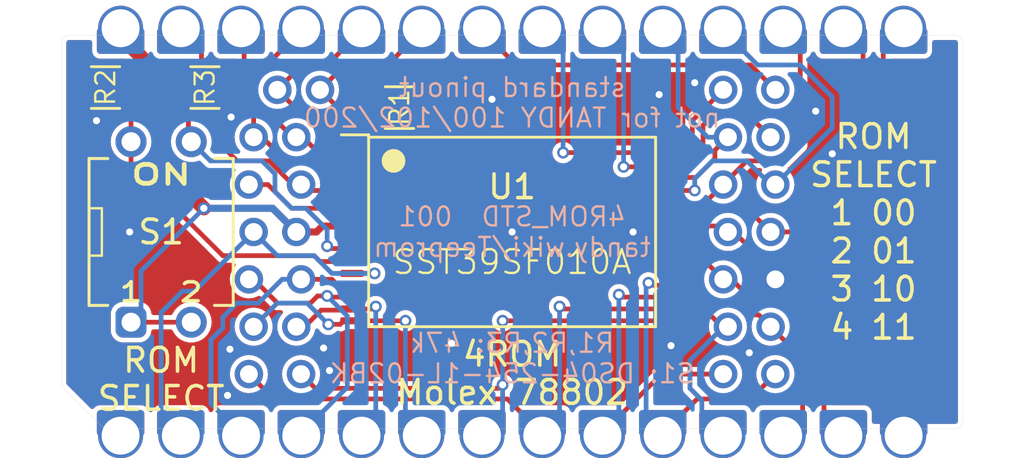
<source format=kicad_pcb>
(kicad_pcb (version 20211014) (generator pcbnew)
  (title_block (title "4ROM_STD") (date "2023-01-09") (rev "001") (company "Brian White - b.kenyon.w@gmail.com") (comment 1 "CC-BY-SA") (comment 2 "tandy.wiki/Teeprom") (comment 3 "4-bank ROM for Molex 78805 socket with standard mask rom JEDEC pinout"))
  (layers (0 "F.Cu" signal "Top") (31 "B.Cu" signal "Bottom") (34 "B.Paste" user) (35 "F.Paste" user) (36 "B.SilkS" user "B.Silkscreen") (37 "F.SilkS" user "F.Silkscreen") (38 "B.Mask" user) (39 "F.Mask" user) (44 "Edge.Cuts" user))
  (net 0 "")
  (net 1 "/D3")
  (net 2 "/A10")
  (net 3 "/D4")
  (net 4 "/A7")
  (net 5 "/D5")
  (net 6 "/A6")
  (net 7 "/D6")
  (net 8 "/A5")
  (net 9 "/D7")
  (net 10 "/A4")
  (net 11 "/A11")
  (net 12 "/A3")
  (net 13 "/~{OE}")
  (net 14 "/A2")
  (net 15 "/A13")
  (net 16 "/A1")
  (net 17 "/A0")
  (net 18 "/A12")
  (net 19 "/D0")
  (net 20 "/A9")
  (net 21 "/D1")
  (net 22 "/A8")
  (net 23 "/D2")
  (net 24 "/~{CE}")
  (net 25 "/A14")
  (net 26 "/~{WE}")
  (net 27 "VCC")
  (net 28 "GND")
  (net 29 "/A15")
  (net 30 "/A16")
  (footprint "000_LOCAL:R_0805" (layer "F.Cu") (at 142.4684 93.937 180)
    (fp_text reference "R1" (at 0 0 90 unlocked) (layer "F.SilkS") (effects (font (size 0.8 0.8) (thickness 0.1))))
    (fp_text value "47k")
    (fp_line (start -0.6 -0.88) (end 0.6 -0.88) (layer "F.SilkS") (width 0.12))
    (fp_line (start 0.6 0.88) (end -0.6 0.88) (layer "F.SilkS") (width 0.12))
    (pad "1" smd roundrect locked (at -0.95 0 180) (size 0.7 1.3) (layers "F.Cu" "F.Paste" "F.Mask") (roundrect_rratio 0.1) (net 27 "VCC"))
    (pad "2" smd roundrect locked (at 0.95 0 180) (size 0.7 1.3) (layers "F.Cu" "F.Paste" "F.Mask") (roundrect_rratio 0.1) (net 26 "/~{WE}"))
  )
  (footprint "000_LOCAL:R_0805" (layer "F.Cu") (at 130.0734 93.091)
    (fp_text reference "R2" (at 0 0 90 unlocked) (layer "F.SilkS") (effects (font (size 0.8 0.8) (thickness 0.1))))
    (fp_text value "47k")
    (fp_line (start -0.6 -0.88) (end 0.6 -0.88) (layer "F.SilkS") (width 0.12))
    (fp_line (start 0.6 0.88) (end -0.6 0.88) (layer "F.SilkS") (width 0.12))
    (pad "1" smd roundrect locked (at -0.95 0) (size 0.7 1.3) (layers "F.Cu" "F.Paste" "F.Mask") (roundrect_rratio 0.1) (net 28 "GND"))
    (pad "2" smd roundrect locked (at 0.95 0) (size 0.7 1.3) (layers "F.Cu" "F.Paste" "F.Mask") (roundrect_rratio 0.1) (net 29 "/A15"))
  )
  (footprint "000_LOCAL:R_0805" (layer "F.Cu") (at 134.2644 93.091 180)
    (fp_text reference "R3" (at 0 0 90 unlocked) (layer "F.SilkS") (effects (font (size 0.8 0.8) (thickness 0.1))))
    (fp_text value "47k")
    (fp_line (start -0.6 -0.88) (end 0.6 -0.88) (layer "F.SilkS") (width 0.12))
    (fp_line (start 0.6 0.88) (end -0.6 0.88) (layer "F.SilkS") (width 0.12))
    (pad "1" smd roundrect locked (at -0.95 0 180) (size 0.7 1.3) (layers "F.Cu" "F.Paste" "F.Mask") (roundrect_rratio 0.1) (net 28 "GND"))
    (pad "2" smd roundrect locked (at 0.95 0 180) (size 0.7 1.3) (layers "F.Cu" "F.Paste" "F.Mask") (roundrect_rratio 0.1) (net 30 "/A16"))
  )
  (footprint "000_LOCAL:4ROM_100_prog_female" (layer "F.Cu") (at 147.2184 99.187)
    (fp_text reference "J2" hide)
    (fp_text value "4ROM_100_prog")
    (pad "1" thru_hole circle (at -8.1 -6) (size 1.2 1.2) (drill 0.75) (layers *.Cu *.Mask) (net 11 "/A11"))
    (pad "2" thru_hole circle (at -9.9 -6) (size 1.2 1.2) (drill 0.75) (layers *.Cu *.Mask) (net 20 "/A9"))
    (pad "3" thru_hole circle (at -9.1 -4) (size 1.2 1.2) (drill 0.75) (layers *.Cu *.Mask) (net 22 "/A8"))
    (pad "4" thru_hole circle (at -10.9 -4) (size 1.2 1.2) (drill 0.75) (layers *.Cu *.Mask) (net 15 "/A13"))
    (pad "5" thru_hole circle (at -8.9 -2) (size 1.2 1.2) (drill 0.75) (layers *.Cu *.Mask) (net 25 "/A14"))
    (pad "6" thru_hole circle (at -11.1 -2) (size 1.2 1.2) (drill 0.75) (layers *.Cu *.Mask) (net 26 "/~{WE}"))
    (pad "7" thru_hole circle (at -9.1 0) (size 1.2 1.2) (drill 0.75) (layers *.Cu *.Mask) (net 27 "VCC"))
    (pad "8" thru_hole circle (at -10.9 0) (size 1.2 1.2) (drill 0.75) (layers *.Cu *.Mask) (net 18 "/A12"))
    (pad "9" thru_hole circle (at -8.9 2) (size 1.2 1.2) (drill 0.75) (layers *.Cu *.Mask) (net 4 "/A7"))
    (pad "10" thru_hole circle (at -11.1 2) (size 1.2 1.2) (drill 0.75) (layers *.Cu *.Mask) (net 6 "/A6"))
    (pad "11" thru_hole circle (at -9.1 4) (size 1.2 1.2) (drill 0.75) (layers *.Cu *.Mask) (net 8 "/A5"))
    (pad "12" thru_hole circle (at -10.9 4) (size 1.2 1.2) (drill 0.75) (layers *.Cu *.Mask) (net 10 "/A4"))
    (pad "13" thru_hole circle (at -8.9 6) (size 1.2 1.2) (drill 0.75) (layers *.Cu *.Mask) (net 12 "/A3"))
    (pad "14" thru_hole circle (at -11.1 6) (size 1.2 1.2) (drill 0.75) (layers *.Cu *.Mask) (net 14 "/A2"))
    (pad "15" thru_hole circle (at 8.9 6) (size 1.2 1.2) (drill 0.75) (layers *.Cu *.Mask) (net 16 "/A1"))
    (pad "16" thru_hole circle (at 11.1 6) (size 1.2 1.2) (drill 0.75) (layers *.Cu *.Mask) (net 17 "/A0"))
    (pad "17" thru_hole circle (at 9.1 4) (size 1.2 1.2) (drill 0.75) (layers *.Cu *.Mask) (net 19 "/D0"))
    (pad "18" thru_hole circle (at 10.9 4) (size 1.2 1.2) (drill 0.75) (layers *.Cu *.Mask) (net 21 "/D1"))
    (pad "19" thru_hole circle (at 8.9 2) (size 1.2 1.2) (drill 0.75) (layers *.Cu *.Mask) (net 23 "/D2"))
    (pad "20" thru_hole circle (at 11.1 2) (size 1.2 1.2) (drill 0.75) (layers *.Cu *.Mask) (net 28 "GND"))
    (pad "21" thru_hole circle (at 9.1 0) (size 1.2 1.2) (drill 0.75) (layers *.Cu *.Mask) (net 1 "/D3"))
    (pad "22" thru_hole circle (at 10.9 0) (size 1.2 1.2) (drill 0.75) (layers *.Cu *.Mask) (net 3 "/D4"))
    (pad "23" thru_hole circle (at 8.9 -2) (size 1.2 1.2) (drill 0.75) (layers *.Cu *.Mask) (net 5 "/D5"))
    (pad "24" thru_hole circle (at 11.1 -2) (size 1.2 1.2) (drill 0.75) (layers *.Cu *.Mask) (net 7 "/D6"))
    (pad "25" thru_hole circle (at 9.1 -4) (size 1.2 1.2) (drill 0.75) (layers *.Cu *.Mask) (net 9 "/D7"))
    (pad "26" thru_hole circle (at 10.9 -4) (size 1.2 1.2) (drill 0.75) (layers *.Cu *.Mask) (net 24 "/~{CE}"))
    (pad "27" thru_hole circle (at 8.9 -6) (size 1.2 1.2) (drill 0.75) (layers *.Cu *.Mask) (net 2 "/A10"))
    (pad "28" thru_hole circle (at 11.1 -6) (size 1.2 1.2) (drill 0.75) (layers *.Cu *.Mask) (net 13 "/~{OE}"))
  )
  (footprint "000_LOCAL:Molex78802_PCB_28" (layer "F.Cu") (at 147.2184 99.187 90)
    (fp_text reference "J1" hide)
    (fp_text value "27C256" hide)
    (fp_line (start 8.3 18.7) (end 8.3 -18.7) (layer "Edge.Cuts") (width 0.01))
    (fp_line (start -6.5 -19) (end -8.3 -17.2) (layer "Edge.Cuts") (width 0.01))
    (fp_line (start -8.3 18.7) (end -8.3 -17.2) (layer "Edge.Cuts") (width 0.01))
    (fp_line (start -8 19) (end 8 19) (layer "Edge.Cuts") (width 0.01))
    (fp_line (start 8 -19) (end -6.5 -19) (layer "Edge.Cuts") (width 0.01))
    (fp_arc (start 8 -19) (mid 8.212132 -18.912132) (end 8.3 -18.7) (layer "Edge.Cuts") (width 0.01))
    (fp_arc (start -8 19) (mid -8.212132 18.912132) (end -8.3 18.7) (layer "Edge.Cuts") (width 0.01))
    (fp_arc (start 8.3 18.7) (mid 8.212132 18.912132) (end 8 19) (layer "Edge.Cuts") (width 0.01))
    (pad "1" smd roundrect (at -8.0645 -16.51 90) (size 1.1 2) (layers "B.Cu") (roundrect_rratio 0.1363636364))
    (pad "1" smd roundrect (at -8.0645 -16.51 90) (size 1.1 2) (layers "F.Cu") (roundrect_rratio 0.1363636364))
    (pad "1" thru_hole circle (at -8.6002 -16.51 90) (size 1.9 1.9) (drill 1.6) (property pad_prop_castellated) (layers *.Cu *.Mask))
    (pad "2" thru_hole circle (at -8.6002 -13.97 90) (size 1.9 1.9) (drill 1.6) (property pad_prop_castellated) (layers *.Cu *.Mask) (net 18 "/A12"))
    (pad "2" smd roundrect (at -8.0645 -13.97 90) (size 1.1 2) (layers "B.Cu") (roundrect_rratio 0.1363636364) (net 18 "/A12"))
    (pad "2" smd roundrect (at -8.0645 -13.97 90) (size 1.1 2) (layers "F.Cu") (roundrect_rratio 0.1363636364) (net 18 "/A12"))
    (pad "3" smd roundrect (at -8.0645 -11.43 90) (size 1.1 2) (layers "B.Cu") (roundrect_rratio 0.1363636364) (net 4 "/A7"))
    (pad "3" thru_hole circle (at -8.6002 -11.43 90) (size 1.9 1.9) (drill 1.6) (property pad_prop_castellated) (layers *.Cu *.Mask) (net 4 "/A7"))
    (pad "3" smd roundrect (at -8.0645 -11.43 90) (size 1.1 2) (layers "F.Cu") (roundrect_rratio 0.1363636364) (net 4 "/A7"))
    (pad "4" smd roundrect (at -8.0645 -8.89 90) (size 1.1 2) (layers "B.Cu") (roundrect_rratio 0.1363636364) (net 6 "/A6"))
    (pad "4" smd roundrect (at -8.0645 -8.89 90) (size 1.1 2) (layers "F.Cu") (roundrect_rratio 0.1363636364) (net 6 "/A6"))
    (pad "4" thru_hole circle (at -8.6002 -8.89 90) (size 1.9 1.9) (drill 1.6) (property pad_prop_castellated) (layers *.Cu *.Mask) (net 6 "/A6"))
    (pad "5" smd roundrect (at -8.0645 -6.35 90) (size 1.1 2) (layers "F.Cu") (roundrect_rratio 0.1363636364) (net 8 "/A5"))
    (pad "5" smd roundrect (at -8.0645 -6.35 90) (size 1.1 2) (layers "B.Cu") (roundrect_rratio 0.1363636364) (net 8 "/A5"))
    (pad "5" thru_hole circle (at -8.6002 -6.35 90) (size 1.9 1.9) (drill 1.6) (property pad_prop_castellated) (layers *.Cu *.Mask) (net 8 "/A5"))
    (pad "6" smd roundrect (at -8.0645 -3.81 90) (size 1.1 2) (layers "B.Cu") (roundrect_rratio 0.1363636364) (net 10 "/A4"))
    (pad "6" smd roundrect (at -8.0645 -3.81 90) (size 1.1 2) (layers "F.Cu") (roundrect_rratio 0.1363636364) (net 10 "/A4"))
    (pad "6" thru_hole circle (at -8.6002 -3.81 90) (size 1.9 1.9) (drill 1.6) (property pad_prop_castellated) (layers *.Cu *.Mask) (net 10 "/A4"))
    (pad "7" smd roundrect (at -8.0645 -1.27 90) (size 1.1 2) (layers "F.Cu") (roundrect_rratio 0.1363636364) (net 12 "/A3"))
    (pad "7" smd roundrect (at -8.0645 -1.27 90) (size 1.1 2) (layers "B.Cu") (roundrect_rratio 0.1363636364) (net 12 "/A3"))
    (pad "7" thru_hole circle (at -8.6002 -1.27 90) (size 1.9 1.9) (drill 1.6) (property pad_prop_castellated) (layers *.Cu *.Mask) (net 12 "/A3"))
    (pad "8" smd roundrect (at -8.0645 1.27 90) (size 1.1 2) (layers "F.Cu") (roundrect_rratio 0.1363636364) (net 14 "/A2"))
    (pad "8" smd roundrect (at -8.0645 1.27 90) (size 1.1 2) (layers "B.Cu") (roundrect_rratio 0.1363636364) (net 14 "/A2"))
    (pad "8" thru_hole circle (at -8.6002 1.27 90) (size 1.9 1.9) (drill 1.6) (property pad_prop_castellated) (layers *.Cu *.Mask) (net 14 "/A2"))
    (pad "9" smd roundrect (at -8.0645 3.81 90) (size 1.1 2) (layers "F.Cu") (roundrect_rratio 0.1363636364) (net 16 "/A1"))
    (pad "9" thru_hole circle (at -8.6002 3.81 90) (size 1.9 1.9) (drill 1.6) (property pad_prop_castellated) (layers *.Cu *.Mask) (net 16 "/A1"))
    (pad "9" smd roundrect (at -8.0645 3.81 90) (size 1.1 2) (layers "B.Cu") (roundrect_rratio 0.1363636364) (net 16 "/A1"))
    (pad "10" thru_hole circle (at -8.6002 6.35 90) (size 1.9 1.9) (drill 1.6) (property pad_prop_castellated) (layers *.Cu *.Mask) (net 17 "/A0"))
    (pad "10" smd roundrect (at -8.0645 6.35 90) (size 1.1 2) (layers "B.Cu") (roundrect_rratio 0.1363636364) (net 17 "/A0"))
    (pad "10" smd roundrect (at -8.0645 6.35 90) (size 1.1 2) (layers "F.Cu") (roundrect_rratio 0.1363636364) (net 17 "/A0"))
    (pad "11" smd roundrect (at -8.0645 8.89 90) (size 1.1 2) (layers "B.Cu") (roundrect_rratio 0.1363636364) (net 19 "/D0"))
    (pad "11" thru_hole circle (at -8.6002 8.89 90) (size 1.9 1.9) (drill 1.6) (property pad_prop_castellated) (layers *.Cu *.Mask) (net 19 "/D0"))
    (pad "11" smd roundrect (at -8.0645 8.89 90) (size 1.1 2) (layers "F.Cu") (roundrect_rratio 0.1363636364) (net 19 "/D0"))
    (pad "12" smd roundrect (at -8.0645 11.43 90) (size 1.1 2) (layers "F.Cu") (roundrect_rratio 0.1363636364) (net 21 "/D1"))
    (pad "12" thru_hole circle (at -8.6002 11.43 90) (size 1.9 1.9) (drill 1.6) (property pad_prop_castellated) (layers *.Cu *.Mask) (net 21 "/D1"))
    (pad "12" smd roundrect (at -8.0645 11.43 90) (size 1.1 2) (layers "B.Cu") (roundrect_rratio 0.1363636364) (net 21 "/D1"))
    (pad "13" thru_hole circle (at -8.6002 13.97 90) (size 1.9 1.9) (drill 1.6) (property pad_prop_castellated) (layers *.Cu *.Mask) (net 23 "/D2"))
    (pad "13" smd roundrect (at -8.0645 13.97 90) (size 1.1 2) (layers "B.Cu") (roundrect_rratio 0.1363636364) (net 23 "/D2"))
    (pad "13" smd roundrect (at -8.0645 13.97 90) (size 1.1 2) (layers "F.Cu") (roundrect_rratio 0.1363636364) (net 23 "/D2"))
    (pad "14" smd roundrect (at -8.0645 16.51 90) (size 1.1 2) (layers "B.Cu") (roundrect_rratio 0.1363636364) (net 28 "GND"))
    (pad "14" smd roundrect (at -8.0645 16.51 90) (size 1.1 2) (layers "F.Cu") (roundrect_rratio 0.1363636364) (net 28 "GND"))
    (pad "14" thru_hole circle (at -8.6002 16.51 90) (size 1.9 1.9) (drill 1.6) (property pad_prop_castellated) (layers *.Cu *.Mask) (net 28 "GND"))
    (pad "15" smd roundrect (at 8.0645 16.51 90) (size 1.1 2) (layers "B.Cu") (roundrect_rratio 0.1363636364) (net 1 "/D3"))
    (pad "15" thru_hole circle (at 8.6002 16.51 90) (size 1.9 1.9) (drill 1.6) (property pad_prop_castellated) (layers *.Cu *.Mask) (net 1 "/D3"))
    (pad "15" smd roundrect (at 8.0645 16.51 90) (size 1.1 2) (layers "F.Cu") (roundrect_rratio 0.1363636364) (net 1 "/D3"))
    (pad "16" smd roundrect (at 8.0645 13.97 90) (size 1.1 2) (layers "F.Cu") (roundrect_rratio 0.1363636364) (net 3 "/D4"))
    (pad "16" smd roundrect (at 8.0645 13.97 90) (size 1.1 2) (layers "B.Cu") (roundrect_rratio 0.1363636364) (net 3 "/D4"))
    (pad "16" thru_hole circle (at 8.6002 13.97 90) (size 1.9 1.9) (drill 1.6) (property pad_prop_castellated) (layers *.Cu *.Mask) (net 3 "/D4"))
    (pad "17" smd roundrect (at 8.0645 11.43 90) (size 1.1 2) (layers "F.Cu") (roundrect_rratio 0.1363636364) (net 5 "/D5"))
    (pad "17" thru_hole circle (at 8.6002 11.43 90) (size 1.9 1.9) (drill 1.6) (property pad_prop_castellated) (layers *.Cu *.Mask) (net 5 "/D5"))
    (pad "17" smd roundrect (at 8.0645 11.43 90) (size 1.1 2) (layers "B.Cu") (roundrect_rratio 0.1363636364) (net 5 "/D5"))
    (pad "18" smd roundrect (at 8.0645 8.89 90) (size 1.1 2) (layers "B.Cu") (roundrect_rratio 0.1363636364) (net 7 "/D6"))
    (pad "18" thru_hole circle (at 8.6002 8.89 90) (size 1.9 1.9) (drill 1.6) (property pad_prop_castellated) (layers *.Cu *.Mask) (net 7 "/D6"))
    (pad "18" smd roundrect (at 8.0645 8.89 90) (size 1.1 2) (layers "F.Cu") (roundrect_rratio 0.1363636364) (net 7 "/D6"))
    (pad "19" smd roundrect (at 8.0645 6.35 90) (size 1.1 2) (layers "F.Cu") (roundrect_rratio 0.1363636364) (net 9 "/D7"))
    (pad "19" thru_hole circle (at 8.6002 6.35 90) (size 1.9 1.9) (drill 1.6) (property pad_prop_castellated) (layers *.Cu *.Mask) (net 9 "/D7"))
    (pad "19" smd roundrect (at 8.0645 6.35 90) (size 1.1 2) (layers "B.Cu") (roundrect_rratio 0.1363636364) (net 9 "/D7"))
    (pad "20" thru_hole circle (at 8.6002 3.81 90) (size 1.9 1.9) (drill 1.6) (property pad_prop_castellated) (layers *.Cu *.Mask) (net 24 "/~{CE}"))
    (pad "20" smd roundrect (at 8.0645 3.81 90) (size 1.1 2) (layers "F.Cu") (roundrect_rratio 0.1363636364) (net 24 "/~{CE}"))
    (pad "20" smd roundrect (at 8.0645 3.81 90) (size 1.1 2) (layers "B.Cu") (roundrect_rratio 0.1363636364) (net 24 "/~{CE}"))
    (pad "21" smd roundrect (at 8.0645 1.27 90) (size 1.1 2) (layers "F.Cu") (roundrect_rratio 0.1363636364) (net 2 "/A10"))
    (pad "21" smd roundrect (at 8.0645 1.27 90) (size 1.1 2) (layers "B.Cu") (roundrect_rratio 0.1363636364) (net 2 "/A10"))
    (pad "21" thru_hole circle (at 8.6002 1.27 90) (size 1.9 1.9) (drill 1.6) (property pad_prop_castellated) (layers *.Cu *.Mask) (net 2 "/A10"))
    (pad "22" smd roundrect (at 8.0645 -1.27 90) (size 1.1 2) (layers "F.Cu") (roundrect_rratio 0.1363636364) (net 13 "/~{OE}"))
    (pad "22" thru_hole circle (at 8.6002 -1.27 90) (size 1.9 1.9) (drill 1.6) (property pad_prop_castellated) (layers *.Cu *.Mask) (net 13 "/~{OE}"))
    (pad "22" smd roundrect (at 8.0645 -1.27 90) (size 1.1 2) (layers "B.Cu") (roundrect_rratio 0.1363636364) (net 13 "/~{OE}"))
    (pad "23" smd roundrect (at 8.0645 -3.81 90) (size 1.1 2) (layers "F.Cu") (roundrect_rratio 0.1363636364) (net 11 "/A11"))
    (pad "23" thru_hole circle (at 8.6002 -3.81 90) (size 1.9 1.9) (drill 1.6) (property pad_prop_castellated) (layers *.Cu *.Mask) (net 11 "/A11"))
    (pad "23" smd roundrect (at 8.0645 -3.81 90) (size 1.1 2) (layers "B.Cu") (roundrect_rratio 0.1363636364) (net 11 "/A11"))
    (pad "24" thru_hole circle (at 8.6002 -6.35 90) (size 1.9 1.9) (drill 1.6) (property pad_prop_castellated) (layers *.Cu *.Mask) (net 20 "/A9"))
    (pad "24" smd roundrect (at 8.0645 -6.35 90) (size 1.1 2) (layers "F.Cu") (roundrect_rratio 0.1363636364) (net 20 "/A9"))
    (pad "24" smd roundrect (at 8.0645 -6.35 90) (size 1.1 2) (layers "B.Cu") (roundrect_rratio 0.1363636364) (net 20 "/A9"))
    (pad "25" smd roundrect (at 8.0645 -8.89 90) (size 1.1 2) (layers "B.Cu") (roundrect_rratio 0.1363636364) (net 22 "/A8"))
    (pad "25" smd roundrect (at 8.0645 -8.89 90) (size 1.1 2) (layers "F.Cu") (roundrect_rratio 0.1363636364) (net 22 "/A8"))
    (pad "25" thru_hole circle (at 8.6002 -8.89 90) (size 1.9 1.9) (drill 1.6) (property pad_prop_castellated) (layers *.Cu *.Mask) (net 22 "/A8"))
    (pad "26" smd roundrect (at 8.0645 -11.43 90) (size 1.1 2) (layers "F.Cu") (roundrect_rratio 0.1363636364) (net 15 "/A13"))
    (pad "26" smd roundrect (at 8.0645 -11.43 90) (size 1.1 2) (layers "B.Cu") (roundrect_rratio 0.1363636364) (net 15 "/A13"))
    (pad "26" thru_hole circle (at 8.6002 -11.43 90) (size 1.9 1.9) (drill 1.6) (property pad_prop_castellated) (layers *.Cu *.Mask) (net 15 "/A13"))
    (pad "27" smd roundrect (at 8.0645 -13.97 90) (size 1.1 2) (layers "F.Cu") (roundrect_rratio 0.1363636364) (net 25 "/A14"))
    (pad "27" smd roundrect (at 8.0645 -13.97 90) (size 1.1 2) (layers "B.Cu") (roundrect_rratio 0.1363636364) (net 25 "/A14"))
    (pad "27" thru_hole circle (at 8.6002 -13.97 90) (size 1.9 1.9) (drill 1.6) (property pad_prop_castellated) (layers *.Cu *.Mask) (net 25 "/A14"))
    (pad "28" smd roundrect (at 8.0645 -16.51 90) (size 1.1 2) (layers "F.Cu") (roundrect_rratio 0.1363636364) (net 27 "VCC"))
    (pad "28" thru_hole circle (at 8.6002 -16.51 90) (size 1.9 1.9) (drill 1.6) (property pad_prop_castellated) (layers *.Cu *.Mask) (net 27 "VCC"))
    (pad "28" smd roundrect (at 8.0645 -16.51 90) (size 1.1 2) (layers "B.Cu") (roundrect_rratio 0.1363636364) (net 27 "VCC"))
  )
  (footprint "000_LOCAL:TSOP32-14mm" (layer "F.Cu") (at 147.2184 99.187)
    (fp_text reference "U1" (at 0 -1.905) (layer "F.SilkS"))
    (fp_text value "SST39SF010A" (at 0 1.27) (layer "F.SilkS") (effects (font (thickness 0.1))))
    (fp_line (start -6.05 -4) (end -6.05 4) (layer "F.SilkS") (width 0.12))
    (fp_line (start -6.05 -4) (end -6.05 -4.1) (layer "F.SilkS") (width 0.12))
    (fp_line (start -6.05 4) (end 6.05 4) (layer "F.SilkS") (width 0.12))
    (fp_line (start 6.05 -4) (end -6.05 -4) (layer "F.SilkS") (width 0.12))
    (fp_line (start -6.05 -4.1) (end -7.2 -4.1) (layer "F.SilkS") (width 0.12))
    (fp_line (start 6.05 4) (end 6.05 -4) (layer "F.SilkS") (width 0.12))
    (fp_circle (center -5 -3) (end -5 -2.75) (layer "F.SilkS") (width 0.5) (fill none))
    (pad "1" smd roundrect (at -6.75 -3.75 270) (size 0.3 1) (layers "F.Cu" "F.Paste" "F.Mask") (net 11 "/A11"))
    (pad "2" smd roundrect (at -6.75 -3.25 270) (size 0.3 1) (layers "F.Cu" "F.Paste" "F.Mask") (net 20 "/A9"))
    (pad "3" smd roundrect (at -6.75 -2.75 270) (size 0.3 1) (layers "F.Cu" "F.Paste" "F.Mask") (net 22 "/A8"))
    (pad "4" smd roundrect (at -6.75 -2.25 270) (size 0.3 1) (layers "F.Cu" "F.Paste" "F.Mask") (net 15 "/A13"))
    (pad "5" smd roundrect (at -6.75 -1.75 270) (size 0.3 1) (layers "F.Cu" "F.Paste" "F.Mask") (net 25 "/A14"))
    (pad "6" smd roundrect (at -6.75 -1.25 270) (size 0.3 1) (layers "F.Cu" "F.Paste" "F.Mask"))
    (pad "7" smd roundrect (at -6.75 -0.75 270) (size 0.3 1) (layers "F.Cu" "F.Paste" "F.Mask") (net 26 "/~{WE}"))
    (pad "8" smd roundrect (at -6.75 -0.25 270) (size 0.3 1) (layers "F.Cu" "F.Paste" "F.Mask") (net 27 "VCC"))
    (pad "9" smd roundrect (at -6.75 0.25 270) (size 0.3 1) (layers "F.Cu" "F.Paste" "F.Mask"))
    (pad "10" smd roundrect (at -6.75 0.75 270) (size 0.3 1) (layers "F.Cu" "F.Paste" "F.Mask") (net 30 "/A16"))
    (pad "11" smd roundrect (at -6.75 1.25 270) (size 0.3 1) (layers "F.Cu" "F.Paste" "F.Mask") (net 29 "/A15"))
    (pad "12" smd roundrect (at -6.75 1.75 270) (size 0.3 1) (layers "F.Cu" "F.Paste" "F.Mask") (net 18 "/A12"))
    (pad "13" smd roundrect (at -6.75 2.25 270) (size 0.3 1) (layers "F.Cu" "F.Paste" "F.Mask") (net 4 "/A7"))
    (pad "14" smd roundrect (at -6.75 2.75 270) (size 0.3 1) (layers "F.Cu" "F.Paste" "F.Mask") (net 6 "/A6"))
    (pad "15" smd roundrect (at -6.75 3.25 270) (size 0.3 1) (layers "F.Cu" "F.Paste" "F.Mask") (net 8 "/A5"))
    (pad "16" smd roundrect (at -6.75 3.75 270) (size 0.3 1) (layers "F.Cu" "F.Paste" "F.Mask") (net 10 "/A4"))
    (pad "17" smd roundrect (at 6.75 3.75 270) (size 0.3 1) (layers "F.Cu" "F.Paste" "F.Mask") (net 12 "/A3"))
    (pad "18" smd roundrect (at 6.75 3.25 270) (size 0.3 1) (layers "F.Cu" "F.Paste" "F.Mask") (net 14 "/A2"))
    (pad "19" smd roundrect (at 6.75 2.75 270) (size 0.3 1) (layers "F.Cu" "F.Paste" "F.Mask") (net 16 "/A1"))
    (pad "20" smd roundrect (at 6.75 2.25 270) (size 0.3 1) (layers "F.Cu" "F.Paste" "F.Mask") (net 17 "/A0"))
    (pad "21" smd roundrect (at 6.75 1.75 270) (size 0.3 1) (layers "F.Cu" "F.Paste" "F.Mask") (net 19 "/D0"))
    (pad "22" smd roundrect (at 6.75 1.25 270) (size 0.3 1) (layers "F.Cu" "F.Paste" "F.Mask") (net 21 "/D1"))
    (pad "23" smd roundrect (at 6.75 0.75 270) (size 0.3 1) (layers "F.Cu" "F.Paste" "F.Mask") (net 23 "/D2"))
    (pad "24" smd roundrect (at 6.75 0.25 270) (size 0.3 1) (layers "F.Cu" "F.Paste" "F.Mask") (net 28 "GND"))
    (pad "25" smd roundrect (at 6.75 -0.25 270) (size 0.3 1) (layers "F.Cu" "F.Paste" "F.Mask") (net 1 "/D3"))
    (pad "26" smd roundrect (at 6.75 -0.75 270) (size 0.3 1) (layers "F.Cu" "F.Paste" "F.Mask") (net 3 "/D4"))
    (pad "27" smd roundrect (at 6.75 -1.25 270) (size 0.3 1) (layers "F.Cu" "F.Paste" "F.Mask") (net 5 "/D5"))
    (pad "28" smd roundrect (at 6.75 -1.75 270) (size 0.3 1) (layers "F.Cu" "F.Paste" "F.Mask") (net 7 "/D6"))
    (pad "29" smd roundrect (at 6.75 -2.25 270) (size 0.3 1) (layers "F.Cu" "F.Paste" "F.Mask") (net 9 "/D7"))
    (pad "30" smd roundrect (at 6.75 -2.75 270) (size 0.3 1) (layers "F.Cu" "F.Paste" "F.Mask") (net 24 "/~{CE}"))
    (pad "31" smd roundrect (at 6.75 -3.25 270) (size 0.3 1) (layers "F.Cu" "F.Paste" "F.Mask") (net 2 "/A10"))
    (pad "32" smd roundrect (at 6.75 -3.75 270) (size 0.3 1) (layers "F.Cu" "F.Paste" "F.Mask") (net 13 "/~{OE}"))
  )
  (footprint "000_LOCAL:SW_DS04-254-1L-02BK" (layer "F.Cu") (at 132.4184 99.187 90)
    (fp_text reference "S1" (at 0 0 unlocked) (layer "F.SilkS"))
    (fp_text value "DS04-254-1L-02BK")
    (fp_text user "ON" (at 2.413 0 unlocked) (layer "F.SilkS") (effects (font (size 0.8 1.2) (thickness 0.2))))
    (fp_text user "1" (at -2.54 -1.27 unlocked) (layer "F.SilkS") (effects (font (size 0.8 1))))
    (fp_text user "2" (at -2.54 1.27 unlocked) (layer "F.SilkS") (effects (font (size 0.8 1))))
    (fp_line (start 1 -2.5) (end 1 -3.04) (layer "F.SilkS") (width 0.1))
    (fp_line (start -1 -2.5) (end 1 -2.5) (layer "F.SilkS") (width 0.1))
    (fp_line (start -3.1 2.25) (end -3.1 3.04) (layer "F.SilkS") (width 0.127))
    (fp_line (start -3.1 3.04) (end 3.1 3.04) (layer "F.SilkS") (width 0.127))
    (fp_line (start 3.1 -2.25) (end 3.1 -3.04) (layer "F.SilkS") (width 0.127))
    (fp_line (start 3.1 -3.04) (end -3.1 -3.04) (layer "F.SilkS") (width 0.127))
    (fp_line (start -1 -3.04) (end -1 -2.5) (layer "F.SilkS") (width 0.1))
    (fp_line (start -3.1 -3.04) (end -3.1 -2.25) (layer "F.SilkS") (width 0.127))
    (fp_line (start 3.1 3.04) (end 3.1 2.25) (layer "F.SilkS") (width 0.127))
    (pad "1A" thru_hole roundrect (at -3.81 -1.27 90) (size 1.308 1.308) (drill 0.8) (layers *.Cu *.Mask) (net 27 "VCC"))
    (pad "1B" thru_hole circle (at 3.81 -1.27 90) (size 1.308 1.308) (drill 0.8) (layers *.Cu *.Mask) (net 29 "/A15"))
    (pad "2A" thru_hole circle (at -3.81 1.27 90) (size 1.308 1.308) (drill 0.8) (layers *.Cu *.Mask) (net 27 "VCC"))
    (pad "2B" thru_hole circle (at 3.81 1.27 90) (size 1.308 1.308) (drill 0.8) (layers *.Cu *.Mask) (net 30 "/A16"))
  )
  (gr_text "R1,R2,R3: ${00000000-0000-0000-0000-00005d22c129:VALUE}\nS1: ${972fe73b-6a73-4682-8533-48109a58c935:VALUE}" (at 147.2184 104.521) (layer "B.SilkS") (effects (font (size 0.8 0.8) (thickness 0.1)) (justify mirror)))
  (gr_text "${TITLE}  ${REVISION}\n${COMMENT2}" (at 147.2184 99.187) (layer "B.SilkS") (effects (font (size 0.8 0.8) (thickness 0.1)) (justify mirror)))
  (gr_text "standard pinout\nnot for TANDY 100/102/200\n" (at 147.2184 93.726) (layer "B.SilkS") (effects (font (size 0.8 0.8) (thickness 0.1)) (justify mirror)))
  (gr_text "4ROM\nMolex 78802" (at 147.2184 105.156) (layer "F.SilkS") (effects (font (size 1 1))))
  (gr_text "ROM\nSELECT\n1 00\n2 01\n3 10\n4 11" (at 162.4584 99.187) (layer "F.SilkS") (effects (font (size 1 1))))
  (gr_text "ROM\nSELECT" (at 132.4184 105.41) (layer "F.SilkS") (effects (font (size 1 1))))
  (segment (start 162.8684 91.1225) (end 162.8684 96.937) (width 0.2) (layer "F.Cu") (net 1))
  (segment (start 162.8684 96.937) (end 159.6184 100.187) (width 0.2) (layer "F.Cu") (net 1))
  (segment (start 159.6184 100.187) (end 157.5684 100.187) (width 0.2) (layer "F.Cu") (net 1))
  (segment (start 156.5684 99.187) (end 156.3184 99.187) (width 0.2) (layer "F.Cu") (net 1))
  (segment (start 163.7284 91.1225) (end 162.8684 91.1225) (width 0.2) (layer "F.Cu") (net 1))
  (segment (start 156.0684 98.937) (end 153.9684 98.937) (width 0.2) (layer "F.Cu") (net 1))
  (segment (start 157.5684 100.187) (end 156.5684 99.187) (width 0.2) (layer "F.Cu") (net 1))
  (segment (start 156.3184 99.187) (end 156.0684 98.937) (width 0.2) (layer "F.Cu") (net 1))
  (segment (start 149.3684 95.837) (end 153.1684 95.837) (width 0.2) (layer "F.Cu") (net 2))
  (segment (start 154.8184 95.687) (end 154.8184 94.487) (width 0.2) (layer "F.Cu") (net 2))
  (segment (start 154.8184 94.487) (end 156.1184 93.187) (width 0.2) (layer "F.Cu") (net 2))
  (segment (start 153.9684 95.937) (end 154.5684 95.937) (width 0.2) (layer "F.Cu") (net 2))
  (segment (start 154.5684 95.937) (end 154.8184 95.687) (width 0.2) (layer "F.Cu") (net 2))
  (segment (start 153.1684 95.837) (end 153.2684 95.937) (width 0.2) (layer "F.Cu") (net 2))
  (segment (start 153.2684 95.937) (end 153.9684 95.937) (width 0.2) (layer "F.Cu") (net 2))
  (via (at 149.3684 95.837) (size 0.5) (drill 0.3) (layers "F.Cu" "B.Cu") (net 2))
  (segment (start 149.3684 91.1225) (end 148.4884 91.1225) (width 0.2) (layer "B.Cu") (net 2))
  (segment (start 149.3684 95.837) (end 149.3684 91.1225) (width 0.2) (layer "B.Cu") (net 2))
  (segment (start 162.0184 91.1225) (end 162.0184 96.487) (width 0.2) (layer "F.Cu") (net 3))
  (segment (start 155.8684 98.187) (end 155.6184 98.437) (width 0.2) (layer "F.Cu") (net 3))
  (segment (start 158.1184 99.187) (end 157.1184 98.187) (width 0.2) (layer "F.Cu") (net 3))
  (segment (start 161.1884 90.5868) (end 161.1884 91.1225) (width 0.2) (layer "F.Cu") (net 3))
  (segment (start 157.1184 98.187) (end 155.8684 98.187) (width 0.2) (layer "F.Cu") (net 3))
  (segment (start 159.3184 99.187) (end 158.1184 99.187) (width 0.2) (layer "F.Cu") (net 3))
  (segment (start 161.1884 91.1225) (end 162.0184 91.1225) (width 0.2) (layer "F.Cu") (net 3))
  (segment (start 162.0184 96.487) (end 159.3184 99.187) (width 0.2) (layer "F.Cu") (net 3))
  (segment (start 155.6184 98.437) (end 153.9684 98.437) (width 0.2) (layer "F.Cu") (net 3))
  (segment (start 139.8684 101.437) (end 139.6184 101.187) (width 0.2) (layer "F.Cu") (net 4))
  (segment (start 140.4684 101.437) (end 139.8684 101.437) (width 0.2) (layer "F.Cu") (net 4))
  (segment (start 139.6184 101.187) (end 138.3184 101.187) (width 0.2) (layer "F.Cu") (net 4))
  (segment (start 135.0184 103.237) (end 135.0184 102.787) (width 0.2) (layer "B.Cu") (net 4))
  (segment (start 134.5184 103.737) (end 135.0184 103.237) (width 0.2) (layer "B.Cu") (net 4))
  (segment (start 135.6184 102.187) (end 136.5184 102.187) (width 0.2) (layer "B.Cu") (net 4))
  (segment (start 135.7884 107.2515) (end 135.3329 107.2515) (width 0.2) (layer "B.Cu") (net 4))
  (segment (start 134.5184 106.437) (end 134.5184 103.737) (width 0.2) (layer "B.Cu") (net 4))
  (segment (start 135.3329 107.2515) (end 134.5184 106.437) (width 0.2) (layer "B.Cu") (net 4))
  (segment (start 137.5184 101.187) (end 138.3184 101.187) (width 0.2) (layer "B.Cu") (net 4))
  (segment (start 136.5184 102.187) (end 137.5184 101.187) (width 0.2) (layer "B.Cu") (net 4))
  (segment (start 135.0184 102.787) (end 135.6184 102.187) (width 0.2) (layer "B.Cu") (net 4))
  (segment (start 159.3684 95.537) (end 158.7184 96.187) (width 0.2) (layer "F.Cu") (net 5))
  (segment (start 156.1184 97.187) (end 155.3184 97.987) (width 0.2) (layer "F.Cu") (net 5))
  (segment (start 155.3184 97.987) (end 154.0184 97.987) (width 0.2) (layer "F.Cu") (net 5))
  (segment (start 159.3684 91.1225) (end 159.3684 95.537) (width 0.2) (layer "F.Cu") (net 5))
  (segment (start 157.1184 96.187) (end 156.1184 97.187) (width 0.2) (layer "F.Cu") (net 5))
  (segment (start 158.6484 91.1225) (end 159.3684 91.1225) (width 0.2) (layer "F.Cu") (net 5))
  (segment (start 158.7184 96.187) (end 157.1184 96.187) (width 0.2) (layer "F.Cu") (net 5))
  (segment (start 154.0184 97.987) (end 153.9684 97.937) (width 0.2) (layer "F.Cu") (net 5))
  (segment (start 138.7184 102.187) (end 137.3184 102.187) (width 0.2) (layer "F.Cu") (net 6))
  (segment (start 140.4684 101.937) (end 139.4684 101.937) (width 0.2) (layer "F.Cu") (net 6))
  (segment (start 137.3184 102.187) (end 136.3184 101.187) (width 0.2) (layer "F.Cu") (net 6))
  (segment (start 139.4184 101.887) (end 139.0184 101.887) (width 0.2) (layer "F.Cu") (net 6))
  (segment (start 139.4684 101.937) (end 139.4184 101.887) (width 0.2) (layer "F.Cu") (net 6))
  (segment (start 139.0184 101.887) (end 138.7184 102.187) (width 0.2) (layer "F.Cu") (net 6))
  (segment (start 136.3184 101.187) (end 136.1184 101.187) (width 0.2) (layer "F.Cu") (net 6))
  (via (at 139.4184 101.887) (size 0.5) (drill 0.3) (layers "F.Cu" "B.Cu") (net 6))
  (segment (start 139.4184 101.887) (end 140.2684 102.737) (width 0.2) (layer "B.Cu") (net 6))
  (segment (start 140.2684 102.737) (end 140.2684 105.737) (width 0.2) (layer "B.Cu") (net 6))
  (segment (start 140.2684 105.737) (end 138.7539 107.2515) (width 0.2) (layer "B.Cu") (net 6))
  (segment (start 138.7539 107.2515) (end 138.3284 107.2515) (width 0.2) (layer "B.Cu") (net 6))
  (segment (start 154.9184 97.437) (end 153.9684 97.437) (width 0.2) (layer "F.Cu") (net 7))
  (via (at 154.9184 97.437) (size 0.5) (drill 0.3) (layers "F.Cu" "B.Cu") (net 7))
  (segment (start 157.1184 96.187) (end 158.1184 97.187) (width 0.2) (layer "B.Cu") (net 7))
  (segment (start 154.9184 97.437) (end 154.9184 96.937) (width 0.2) (layer "B.Cu") (net 7))
  (segment (start 157.5684 92.137) (end 159.3684 92.137) (width 0.2) (layer "B.Cu") (net 7))
  (segment (start 160.7184 93.487) (end 160.7184 94.787) (width 0.2) (layer "B.Cu") (net 7))
  (segment (start 159.3684 92.137) (end 160.7184 93.487) (width 0.2) (layer "B.Cu") (net 7))
  (segment (start 156.1084 91.1225) (end 156.5539 91.1225) (width 0.2) (layer "B.Cu") (net 7))
  (segment (start 155.6684 96.187) (end 157.1184 96.187) (width 0.2) (layer "B.Cu") (net 7))
  (segment (start 158.1184 97.187) (end 158.3184 97.187) (width 0.2) (layer "B.Cu") (net 7))
  (segment (start 156.5539 91.1225) (end 157.5684 92.137) (width 0.2) (layer "B.Cu") (net 7))
  (segment (start 160.7184 94.787) (end 158.3184 97.187) (width 0.2) (layer "B.Cu") (net 7))
  (segment (start 154.9184 96.937) (end 155.6684 96.187) (width 0.2) (layer "B.Cu") (net 7))
  (segment (start 141.3684 102.437) (end 140.4684 102.437) (width 0.2) (layer "F.Cu") (net 8))
  (segment (start 139.1684 102.487) (end 138.4684 103.187) (width 0.2) (layer "F.Cu") (net 8))
  (segment (start 140.4184 102.487) (end 139.1684 102.487) (width 0.2) (layer "F.Cu") (net 8))
  (segment (start 141.4684 102.337) (end 141.3684 102.437) (width 0.2) (layer "F.Cu") (net 8))
  (segment (start 138.4684 103.187) (end 138.1184 103.187) (width 0.2) (layer "F.Cu") (net 8))
  (segment (start 140.4684 102.437) (end 140.4184 102.487) (width 0.2) (layer "F.Cu") (net 8))
  (via (at 141.4684 102.337) (size 0.5) (drill 0.3) (layers "F.Cu" "B.Cu") (net 8))
  (segment (start 141.4684 107.2515) (end 140.8684 107.2515) (width 0.2) (layer "B.Cu") (net 8))
  (segment (start 141.4684 102.337) (end 141.4684 107.2515) (width 0.2) (layer "B.Cu") (net 8))
  (segment (start 155.7684 96.087) (end 154.9684 96.887) (width 0.2) (layer "F.Cu") (net 9))
  (segment (start 154.0184 96.887) (end 153.9684 96.937) (width 0.2) (layer "F.Cu") (net 9))
  (segment (start 156.3184 95.187) (end 155.7684 95.737) (width 0.2) (layer "F.Cu") (net 9))
  (segment (start 154.9684 96.887) (end 154.0184 96.887) (width 0.2) (layer "F.Cu") (net 9))
  (segment (start 155.7684 95.737) (end 155.7684 96.087) (width 0.2) (layer "F.Cu") (net 9))
  (segment (start 153.5684 91.1225) (end 154.2184 91.1225) (width 0.2) (layer "B.Cu") (net 9))
  (segment (start 155.4684 95.187) (end 156.3184 95.187) (width 0.2) (layer "B.Cu") (net 9))
  (segment (start 154.2184 91.1225) (end 154.2184 93.937) (width 0.2) (layer "B.Cu") (net 9))
  (segment (start 154.2184 93.937) (end 155.4684 95.187) (width 0.2) (layer "B.Cu") (net 9))
  (segment (start 139.9684 103.087) (end 140.1184 102.937) (width 0.2) (layer "F.Cu") (net 10))
  (segment (start 140.1184 102.937) (end 140.4684 102.937) (width 0.2) (layer "F.Cu") (net 10))
  (segment (start 139.4684 103.087) (end 139.9684 103.087) (width 0.2) (layer "F.Cu") (net 10))
  (segment (start 140.4684 102.937) (end 142.7184 102.937) (width 0.2) (layer "F.Cu") (net 10))
  (via (at 139.4684 103.087) (size 0.5) (drill 0.3) (layers "F.Cu" "B.Cu") (net 10))
  (via (at 142.7184 102.937) (size 0.5) (drill 0.3) (layers "F.Cu" "B.Cu") (net 10))
  (segment (start 142.7184 107.2515) (end 143.4084 107.2515) (width 0.2) (layer "B.Cu") (net 10))
  (segment (start 137.3184 102.187) (end 136.3184 103.187) (width 0.2) (layer "B.Cu") (net 10))
  (segment (start 142.7184 102.937) (end 142.7184 107.2515) (width 0.2) (layer "B.Cu") (net 10))
  (segment (start 139.4684 103.087) (end 138.5684 102.187) (width 0.2) (layer "B.Cu") (net 10))
  (segment (start 138.5684 102.187) (end 137.3184 102.187) (width 0.2) (layer "B.Cu") (net 10))
  (segment (start 141.9684 92.137) (end 142.9829 91.1225) (width 0.2) (layer "F.Cu") (net 11))
  (segment (start 139.1184 93.187) (end 140.1684 92.137) (width 0.2) (layer "F.Cu") (net 11))
  (segment (start 140.4684 95.437) (end 140.0684 95.437) (width 0.2) (layer "F.Cu") (net 11))
  (segment (start 140.0684 94.137) (end 139.1184 93.187) (width 0.2) (layer "F.Cu") (net 11))
  (segment (start 140.0684 95.437) (end 140.0684 94.137) (width 0.2) (layer "F.Cu") (net 11))
  (segment (start 140.1684 92.137) (end 141.9684 92.137) (width 0.2) (layer "F.Cu") (net 11))
  (segment (start 142.9829 91.1225) (end 143.4084 91.1225) (width 0.2) (layer "F.Cu") (net 11))
  (segment (start 146.8184 102.937) (end 153.9684 102.937) (width 0.2) (layer "F.Cu") (net 12))
  (segment (start 138.9184 105.787) (end 138.3184 105.187) (width 0.2) (layer "F.Cu") (net 12))
  (segment (start 146.6684 105.787) (end 138.9184 105.787) (width 0.2) (layer "F.Cu") (net 12))
  (segment (start 146.8184 105.637) (end 146.6684 105.787) (width 0.2) (layer "F.Cu") (net 12))
  (via (at 146.8184 105.637) (size 0.5) (drill 0.3) (layers "F.Cu" "B.Cu") (net 12))
  (via (at 146.8184 102.937) (size 0.5) (drill 0.3) (layers "F.Cu" "B.Cu") (net 12))
  (segment (start 146.8184 107.2515) (end 145.9484 107.2515) (width 0.2) (layer "B.Cu") (net 12))
  (segment (start 146.8184 102.937) (end 146.8184 107.2515) (width 0.2) (layer "B.Cu") (net 12))
  (segment (start 153.5684 95.437) (end 153.9684 95.437) (width 0.2) (layer "F.Cu") (net 13))
  (segment (start 157.2684 92.137) (end 147.392025 92.137) (width 0.2) (layer "F.Cu") (net 13))
  (segment (start 158.3184 93.187) (end 157.2684 92.137) (width 0.2) (layer "F.Cu") (net 13))
  (segment (start 152.6184 92.137) (end 152.6184 94.487) (width 0.2) (layer "F.Cu") (net 13))
  (segment (start 152.6184 94.487) (end 153.5684 95.437) (width 0.2) (layer "F.Cu") (net 13))
  (segment (start 147.392025 92.137) (end 146.377525 91.1225) (width 0.2) (layer "F.Cu") (net 13))
  (segment (start 146.377525 91.1225) (end 145.9484 91.1225) (width 0.2) (layer "F.Cu") (net 13))
  (segment (start 147.0184 106.237) (end 137.1684 106.237) (width 0.2) (layer "F.Cu") (net 14))
  (segment (start 149.2184 102.337) (end 149.3184 102.437) (width 0.2) (layer "F.Cu") (net 14))
  (segment (start 148.4884 107.2515) (end 148.0329 107.2515) (width 0.2) (layer "F.Cu") (net 14))
  (segment (start 149.3184 102.437) (end 153.9684 102.437) (width 0.2) (layer "F.Cu") (net 14))
  (segment (start 148.0329 107.2515) (end 147.0184 106.237) (width 0.2) (layer "F.Cu") (net 14))
  (segment (start 137.1684 106.237) (end 136.1184 105.187) (width 0.2) (layer "F.Cu") (net 14))
  (via (at 149.2184 102.337) (size 0.5) (drill 0.3) (layers "F.Cu" "B.Cu") (net 14))
  (segment (start 149.2184 107.2515) (end 148.4884 107.2515) (width 0.2) (layer "B.Cu") (net 14))
  (segment (start 149.2184 102.337) (end 149.2184 107.2515) (width 0.2) (layer "B.Cu") (net 14))
  (segment (start 140.4684 96.937) (end 139.4184 96.937) (width 0.2) (layer "F.Cu") (net 15))
  (segment (start 136.3184 94.187) (end 135.9184 93.787) (width 0.2) (layer "F.Cu") (net 15))
  (segment (start 136.3184 95.187) (end 136.3184 94.187) (width 0.2) (layer "F.Cu") (net 15))
  (segment (start 136.6784 95.187) (end 136.3184 95.187) (width 0.2) (layer "F.Cu") (net 15))
  (segment (start 139.4184 96.937) (end 138.6684 96.187) (width 0.2) (layer "F.Cu") (net 15))
  (segment (start 135.9184 91.2525) (end 135.7884 91.1225) (width 0.2) (layer "F.Cu") (net 15))
  (segment (start 137.6784 96.187) (end 136.6784 95.187) (width 0.2) (layer "F.Cu") (net 15))
  (segment (start 135.9184 93.787) (end 135.9184 91.2525) (width 0.2) (layer "F.Cu") (net 15))
  (segment (start 138.6684 96.187) (end 137.6784 96.187) (width 0.2) (layer "F.Cu") (net 15))
  (segment (start 151.0284 107.2515) (end 151.4539 107.2515) (width 0.2) (layer "F.Cu") (net 16))
  (segment (start 151.7184 101.837) (end 151.8184 101.937) (width 0.2) (layer "F.Cu") (net 16))
  (segment (start 151.8184 101.937) (end 153.9684 101.937) (width 0.2) (layer "F.Cu") (net 16))
  (segment (start 153.5184 105.187) (end 156.1184 105.187) (width 0.2) (layer "F.Cu") (net 16))
  (segment (start 151.4539 107.2515) (end 153.5184 105.187) (width 0.2) (layer "F.Cu") (net 16))
  (via (at 151.7184 101.837) (size 0.5) (drill 0.3) (layers "F.Cu" "B.Cu") (net 16))
  (segment (start 151.7184 107.2515) (end 151.0284 107.2515) (width 0.2) (layer "B.Cu") (net 16))
  (segment (start 151.7184 101.837) (end 151.7184 107.2515) (width 0.2) (layer "B.Cu") (net 16))
  (segment (start 152.9684 101.337) (end 153.0684 101.437) (width 0.2) (layer "F.Cu") (net 17))
  (segment (start 154.0039 107.2515) (end 155.0184 106.237) (width 0.2) (layer "F.Cu") (net 17))
  (segment (start 153.5684 107.2515) (end 154.0039 107.2515) (width 0.2) (layer "F.Cu") (net 17))
  (segment (start 153.0684 101.437) (end 153.9684 101.437) (width 0.2) (layer "F.Cu") (net 17))
  (segment (start 155.0184 106.237) (end 157.2684 106.237) (width 0.2) (layer "F.Cu") (net 17))
  (segment (start 157.2684 106.237) (end 158.3184 105.187) (width 0.2) (layer "F.Cu") (net 17))
  (via (at 152.9684 101.337) (size 0.5) (drill 0.3) (layers "F.Cu" "B.Cu") (net 17))
  (segment (start 152.8684 107.2515) (end 153.5684 107.2515) (width 0.2) (layer "B.Cu") (net 17))
  (segment (start 152.9684 101.337) (end 152.8684 101.437) (width 0.2) (layer "B.Cu") (net 17))
  (segment (start 152.8684 101.437) (end 152.8684 107.2515) (width 0.2) (layer "B.Cu") (net 17))
  (segment (start 140.4684 100.937) (end 141.4184 100.937) (width 0.2) (layer "F.Cu") (net 18))
  (via (at 141.4184 100.937) (size 0.5) (drill 0.3) (layers "F.Cu" "B.Cu") (net 18))
  (segment (start 132.4184 102.587) (end 133.3184 101.687) (width 0.2) (layer "B.Cu") (net 18))
  (segment (start 133.2484 107.2515) (end 132.4184 107.2515) (width 0.2) (layer "B.Cu") (net 18))
  (segment (start 141.4184 100.937) (end 139.6184 100.937) (width 0.2) (layer "B.Cu") (net 18))
  (segment (start 138.8684 100.187) (end 137.3184 100.187) (width 0.2) (layer "B.Cu") (net 18))
  (segment (start 133.8184 101.687) (end 136.3184 99.187) (width 0.2) (layer "B.Cu") (net 18))
  (segment (start 139.6184 100.937) (end 138.8684 100.187) (width 0.2) (layer "B.Cu") (net 18))
  (segment (start 137.3184 100.187) (end 136.3184 99.187) (width 0.2) (layer "B.Cu") (net 18))
  (segment (start 133.3184 101.687) (end 133.8184 101.687) (width 0.2) (layer "B.Cu") (net 18))
  (segment (start 132.4184 107.2515) (end 132.4184 102.587) (width 0.2) (layer "B.Cu") (net 18))
  (segment (start 156.3184 103.187) (end 156.0684 103.187) (width 0.2) (layer "F.Cu") (net 19))
  (segment (start 154.7934 101.912) (end 154.7934 101.112) (width 0.2) (layer "F.Cu") (net 19))
  (segment (start 156.0684 103.187) (end 154.7934 101.912) (width 0.2) (layer "F.Cu") (net 19))
  (segment (start 154.7934 101.112) (end 154.6184 100.937) (width 0.2) (layer "F.Cu") (net 19))
  (segment (start 154.6184 100.937) (end 153.9684 100.937) (width 0.2) (layer "F.Cu") (net 19))
  (segment (start 156.1434 103.187) (end 154.7184 104.612) (width 0.2) (layer "B.Cu") (net 19))
  (segment (start 154.7184 104.612) (end 154.7184 105.787) (width 0.2) (layer "B.Cu") (net 19))
  (segment (start 155.2184 106.287) (end 155.2184 107.2515) (width 0.2) (layer "B.Cu") (net 19))
  (segment (start 156.3184 103.187) (end 156.1434 103.187) (width 0.2) (layer "B.Cu") (net 19))
  (segment (start 155.2184 107.2515) (end 156.1084 107.2515) (width 0.2) (layer "B.Cu") (net 19))
  (segment (start 154.7184 105.787) (end 155.2184 106.287) (width 0.2) (layer "B.Cu") (net 19))
  (segment (start 138.2684 94.137) (end 137.3184 93.187) (width 0.2) (layer "F.Cu") (net 20))
  (segment (start 138.6684 94.137) (end 138.2684 94.137) (width 0.2) (layer "F.Cu") (net 20))
  (segment (start 140.4329 91.1225) (end 139.4184 92.137) (width 0.2) (layer "F.Cu") (net 20))
  (segment (start 140.8684 91.1225) (end 140.4329 91.1225) (width 0.2) (layer "F.Cu") (net 20))
  (segment (start 139.4184 92.137) (end 138.3684 92.137) (width 0.2) (layer "F.Cu") (net 20))
  (segment (start 139.8309 95.937) (end 139.4684 95.5745) (width 0.2) (layer "F.Cu") (net 20))
  (segment (start 140.4684 95.937) (end 139.8309 95.937) (width 0.2) (layer "F.Cu") (net 20))
  (segment (start 139.4684 95.5745) (end 139.4684 94.937) (width 0.2) (layer "F.Cu") (net 20))
  (segment (start 139.4684 94.937) (end 138.6684 94.137) (width 0.2) (layer "F.Cu") (net 20))
  (segment (start 138.3684 92.137) (end 137.3184 93.187) (width 0.2) (layer "F.Cu") (net 20))
  (segment (start 157.6184 102.687) (end 159.4684 104.537) (width 0.2) (layer "F.Cu") (net 21))
  (segment (start 153.9684 100.437) (end 154.7684 100.437) (width 0.2) (layer "F.Cu") (net 21))
  (segment (start 157.2184 102.687) (end 157.6184 102.687) (width 0.2) (layer "F.Cu") (net 21))
  (segment (start 155.1934 100.862) (end 155.1934 101.662) (width 0.2) (layer "F.Cu") (net 21))
  (segment (start 156.7184 102.187) (end 157.2184 102.687) (width 0.2) (layer "F.Cu") (net 21))
  (segment (start 159.4684 104.537) (end 159.4684 107.2515) (width 0.2) (layer "F.Cu") (net 21))
  (segment (start 159.4684 107.2515) (end 158.6484 107.2515) (width 0.2) (layer "F.Cu") (net 21))
  (segment (start 155.7184 102.187) (end 156.7184 102.187) (width 0.2) (layer "F.Cu") (net 21))
  (segment (start 155.1934 101.662) (end 155.7184 102.187) (width 0.2) (layer "F.Cu") (net 21))
  (segment (start 154.7684 100.437) (end 155.1934 100.862) (width 0.2) (layer "F.Cu") (net 21))
  (segment (start 140.4684 96.437) (end 139.6434 96.437) (width 0.2) (layer "F.Cu") (net 22))
  (segment (start 139.6434 96.437) (end 138.3934 95.187) (width 0.2) (layer "F.Cu") (net 22))
  (segment (start 137.8829 91.1225) (end 138.3284 91.1225) (width 0.2) (layer "F.Cu") (net 22))
  (segment (start 136.3684 93.587) (end 136.3684 92.637) (width 0.2) (layer "F.Cu") (net 22))
  (segment (start 138.1184 95.187) (end 137.9684 95.187) (width 0.2) (layer "F.Cu") (net 22))
  (segment (start 136.3684 92.637) (end 137.8829 91.1225) (width 0.2) (layer "F.Cu") (net 22))
  (segment (start 138.3934 95.187) (end 138.1184 95.187) (width 0.2) (layer "F.Cu") (net 22))
  (segment (start 137.9684 95.187) (end 136.3684 93.587) (width 0.2) (layer "F.Cu") (net 22))
  (segment (start 157.4684 102.187) (end 158.9684 102.187) (width 0.2) (layer "F.Cu") (net 23))
  (segment (start 156.4684 101.187) (end 157.4684 102.187) (width 0.2) (layer "F.Cu") (net 23))
  (segment (start 158.9684 102.187) (end 160.3684 103.587) (width 0.2) (layer "F.Cu") (net 23))
  (segment (start 160.3684 103.587) (end 160.3684 107.2515) (width 0.2) (layer "F.Cu") (net 23))
  (segment (start 160.3684 107.2515) (end 161.1884 107.2515) (width 0.2) (layer "F.Cu") (net 23))
  (segment (start 153.9684 99.937) (end 154.8684 99.937) (width 0.2) (layer "F.Cu") (net 23))
  (segment (start 156.1184 101.187) (end 156.4684 101.187) (width 0.2) (layer "F.Cu") (net 23))
  (segment (start 154.8684 99.937) (end 156.1184 101.187) (width 0.2) (layer "F.Cu") (net 23))
  (segment (start 154.7184 96.437) (end 155.2684 95.887) (width 0.2) (layer "F.Cu") (net 24))
  (segment (start 153.9684 96.437) (end 151.9184 96.437) (width 0.2) (layer "F.Cu") (net 24))
  (segment (start 153.9684 96.437) (end 154.7184 96.437) (width 0.2) (layer "F.Cu") (net 24))
  (segment (start 155.2684 95.887) (end 155.2684 94.687) (width 0.2) (layer "F.Cu") (net 24))
  (segment (start 155.2684 94.687) (end 155.7684 94.187) (width 0.2) (layer "F.Cu") (net 24))
  (segment (start 155.7684 94.187) (end 157.1184 94.187) (width 0.2) (layer "F.Cu") (net 24))
  (segment (start 157.1184 94.187) (end 158.1184 95.187) (width 0.2) (layer "F.Cu") (net 24))
  (via (at 151.9184 96.437) (size 0.5) (drill 0.3) (layers "F.Cu" "B.Cu") (net 24))
  (segment (start 151.9184 91.1225) (end 151.0284 91.1225) (width 0.2) (layer "B.Cu") (net 24))
  (segment (start 151.9184 96.437) (end 151.9184 91.1225) (width 0.2) (layer "B.Cu") (net 24))
  (segment (start 136.9684 96.187) (end 135.6184 96.187) (width 0.2) (layer "F.Cu") (net 25))
  (segment (start 140.4684 97.437) (end 138.5684 97.437) (width 0.2) (layer "F.Cu") (net 25))
  (segment (start 134.9184 94.9895) (end 134.1184 94.1895) (width 0.2) (layer "F.Cu") (net 25))
  (segment (start 134.9184 95.487) (end 134.9184 94.9895) (width 0.2) (layer "F.Cu") (net 25))
  (segment (start 138.5684 97.437) (end 138.3184 97.187) (width 0.2) (layer "F.Cu") (net 25))
  (segment (start 134.1184 91.1225) (end 133.2484 91.1225) (width 0.2) (layer "F.Cu") (net 25))
  (segment (start 135.6184 96.187) (end 134.9184 95.487) (width 0.2) (layer "F.Cu") (net 25))
  (segment (start 138.3184 97.187) (end 137.9684 97.187) (width 0.2) (layer "F.Cu") (net 25))
  (segment (start 137.9684 97.187) (end 136.9684 96.187) (width 0.2) (layer "F.Cu") (net 25))
  (segment (start 134.1184 94.1895) (end 134.1184 91.1225) (width 0.2) (layer "F.Cu") (net 25))
  (segment (start 139.5684 98.437) (end 139.3184 98.187) (width 0.2) (layer "F.Cu") (net 26))
  (segment (start 136.9184 97.187) (end 136.1184 97.187) (width 0.2) (layer "F.Cu") (net 26))
  (segment (start 141.5184 93.937) (end 141.5184 98.187) (width 0.2) (layer "F.Cu") (net 26))
  (segment (start 139.3184 98.187) (end 137.9184 98.187) (width 0.2) (layer "F.Cu") (net 26))
  (segment (start 140.4684 98.437) (end 139.5684 98.437) (width 0.2) (layer "F.Cu") (net 26))
  (segment (start 141.2684 98.437) (end 140.4684 98.437) (width 0.2) (layer "F.Cu") (net 26))
  (segment (start 141.5184 98.187) (end 141.2684 98.437) (width 0.2) (layer "F.Cu") (net 26))
  (segment (start 137.9184 98.187) (end 136.9184 97.187) (width 0.2) (layer "F.Cu") (net 26))
  (segment (start 132.4184 96.387) (end 132.4184 94.387) (width 0.6) (layer "F.Cu") (net 27))
  (segment (start 132.1684 92.387) (end 130.9039 91.1225) (width 0.6) (layer "F.Cu") (net 27))
  (segment (start 141.5184 98.937) (end 140.4684 98.937) (width 0.2) (layer "F.Cu") (net 27))
  (segment (start 134.2184 98.187) (end 132.4184 96.387) (width 0.6) (layer "F.Cu") (net 27))
  (segment (start 137.1184 98.187) (end 138.1184 99.187) (width 0.3) (layer "F.Cu") (net 27))
  (segment (start 138.9684 99.187) (end 138.1184 99.187) (width 0.3) (layer "F.Cu") (net 27))
  (segment (start 140.4684 98.937) (end 139.2184 98.937) (width 0.3) (layer "F.Cu") (net 27))
  (segment (start 132.4184 94.387) (end 132.1684 94.137) (width 0.6) (layer "F.Cu") (net 27))
  (segment (start 139.2184 98.937) (end 138.9684 99.187) (width 0.3) (layer "F.Cu") (net 27))
  (segment (start 143.4184 93.937) (end 143.4184 97.037) (width 0.2) (layer "F.Cu") (net 27))
  (segment (start 133.6884 102.997) (end 131.1484 102.997) (width 0.2) (layer "F.Cu") (net 27))
  (segment (start 143.4184 97.037) (end 141.5184 98.937) (width 0.2) (layer "F.Cu") (net 27))
  (segment (start 130.9039 91.1225) (end 130.7084 91.1225) (width 0.6) (layer "F.Cu") (net 27))
  (segment (start 132.1684 94.137) (end 132.1684 92.387) (width 0.6) (layer "F.Cu") (net 27))
  (segment (start 134.2184 98.187) (end 137.1184 98.187) (width 0.3) (layer "F.Cu") (net 27))
  (via (at 134.2184 98.187) (size 0.5) (drill 0.3) (layers "F.Cu" "B.Cu") (net 27))
  (segment (start 131.5684 102.577) (end 131.1484 102.997) (width 0.2) (layer "B.Cu") (net 27))
  (segment (start 134.2184 98.187) (end 137.1184 98.187) (width 0.3) (layer "B.Cu") (net 27))
  (segment (start 137.1184 98.187) (end 138.1184 99.187) (width 0.3) (layer "B.Cu") (net 27))
  (segment (start 131.5684 100.837) (end 131.5684 102.577) (width 0.2) (layer "B.Cu") (net 27))
  (segment (start 134.2184 98.187) (end 131.5684 100.837) (width 0.2) (layer "B.Cu") (net 27))
  (via (at 160.0184 94.087) (size 0.5) (drill 0.3) (layers "F.Cu" "B.Cu") (net 28))
  (via (at 157.2184 104.287) (size 0.5) (drill 0.3) (layers "F.Cu" "B.Cu") (net 28))
  (via (at 153.9184 103.987) (size 0.5) (drill 0.3) (layers "F.Cu" "B.Cu") (net 28))
  (via (at 135.3684 94.337) (size 0.5) (drill 0.3) (layers "F.Cu" "B.Cu") (net 28))
  (via (at 160.7184 95.887) (size 0.5) (drill 0.3) (layers "F.Cu" "B.Cu") (net 28))
  (via (at 135.3184 104.137) (size 0.5) (drill 0.3) (layers "F.Cu" "B.Cu") (net 28))
  (via (at 139.2684 104.087) (size 0.5) (drill 0.3) (layers "F.Cu" "B.Cu") (net 28))
  (via (at 144.6684 103.887) (size 0.5) (drill 0.3) (layers "F.Cu" "B.Cu") (net 28))
  (via (at 153.4184 93.387) (size 0.5) (drill 0.3) (layers "F.Cu" "B.Cu") (net 28))
  (via (at 139.5184 105.037) (size 0.5) (drill 0.3) (layers "F.Cu" "B.Cu") (net 28))
  (via (at 135.2184 106.087) (size 0.5) (drill 0.3) (layers "F.Cu" "B.Cu") (net 28))
  (via (at 146.3684 93.587) (size 0.5) (drill 0.3) (layers "F.Cu" "B.Cu") (net 28))
  (via (at 152.3184 99.187) (size 0.5) (drill 0.3) (layers "F.Cu" "B.Cu") (net 28))
  (via (at 129.6924 94.488) (size 0.5) (drill 0.3) (layers "F.Cu" "B.Cu") (net 28))
  (via (at 154.9184 92.887) (size 0.5) (drill 0.3) (layers "F.Cu" "B.Cu") (net 28))
  (via (at 131.0894 99.187) (size 0.5) (drill 0.3) (layers "F.Cu" "B.Cu") (net 28))
  (via (at 147.2184 99.187) (size 0.5) (drill 0.3) (layers "F.Cu" "B.Cu") (net 28))
  (segment (start 138.8684 100.187) (end 135.0184 100.187) (width 0.2) (layer "F.Cu") (net 29))
  (segment (start 139.1184 100.437) (end 138.8684 100.187) (width 0.2) (layer "F.Cu") (net 29))
  (segment (start 131.1484 95.377) (end 131.1484 93.216) (width 0.2) (layer "F.Cu") (net 29))
  (segment (start 131.1484 93.216) (end 131.0234 93.091) (width 0.2) (layer "F.Cu") (net 29))
  (segment (start 135.0184 100.187) (end 131.1484 96.317) (width 0.2) (layer "F.Cu") (net 29))
  (segment (start 131.1484 96.317) (end 131.1484 95.377) (width 0.2) (layer "F.Cu") (net 29))
  (segment (start 140.4684 100.437) (end 139.1184 100.437) (width 0.2) (layer "F.Cu") (net 29))
  (segment (start 133.5684 95.257) (end 133.5684 93.345) (width 0.2) (layer "F.Cu") (net 30))
  (segment (start 139.4184 99.787) (end 139.5184 99.887) (width 0.2) (layer "F.Cu") (net 30))
  (segment (start 139.5184 99.887) (end 140.4184 99.887) (width 0.2) (layer "F.Cu") (net 30))
  (segment (start 133.5684 93.345) (end 133.3144 93.091) (width 0.2) (layer "F.Cu") (net 30))
  (segment (start 140.4184 99.887) (end 140.4684 99.937) (width 0.2) (layer "F.Cu") (net 30))
  (segment (start 133.6884 95.377) (end 133.5684 95.257) (width 0.2) (layer "F.Cu") (net 30))
  (via (at 139.4184 99.787) (size 0.5) (drill 0.3) (layers "F.Cu" "B.Cu") (net 30))
  (segment (start 137.9184 98.187) (end 137.2184 97.487) (width 0.2) (layer "B.Cu") (net 30))
  (segment (start 136.6684 96.187) (end 134.4984 96.187) (width 0.2) (layer "B.Cu") (net 30))
  (segment (start 139.4184 99.087) (end 138.5184 98.187) (width 0.2) (layer "B.Cu") (net 30))
  (segment (start 137.2184 97.487) (end 137.2184 96.737) (width 0.2) (layer "B.Cu") (net 30))
  (segment (start 134.4984 96.187) (end 133.6884 95.377) (width 0.2) (layer "B.Cu") (net 30))
  (segment (start 138.5184 98.187) (end 137.9184 98.187) (width 0.2) (layer "B.Cu") (net 30))
  (segment (start 139.4184 99.787) (end 139.4184 99.087) (width 0.2) (layer "B.Cu") (net 30))
  (segment (start 137.2184 96.737) (end 136.6684 96.187) (width 0.2) (layer "B.Cu") (net 30))
  (zone (net 28) (net_name "GND") (layer "F.Cu") (connect_pads yes (clearance 0.2)) (min_thickness 0.18) (fill yes (thermal_gap 0.2) (thermal_bridge_width 0.3) (smoothing fillet) (radius 0.1))
    (polygon (pts (xy 166.2184 90.887) (xy 166.2184 107.487) (xy 128.2184 107.487) (xy 128.2184 90.887)))
  )
  (zone (net 28) (net_name "GND") (layer "B.Cu") (connect_pads yes (clearance 0.2)) (min_thickness 0.18) (fill yes (thermal_gap 0.2) (thermal_bridge_width 0.3) (smoothing fillet) (radius 0.1))
    (polygon (pts (xy 166.2184 90.887) (xy 166.2184 107.487) (xy 128.2184 107.487) (xy 128.2184 90.887)))
  )
)
</source>
